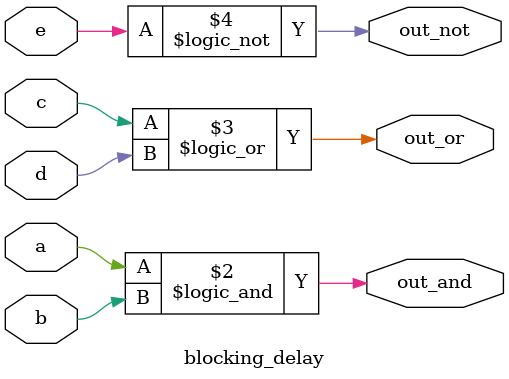
<source format=v>
module blocking_delay(out_and, out_or, out_not, a,b,c,d,e);

	input a,b,c,d,e;
	output out_and, out_or, out_not;
	
	//reg initialisation
	reg out_and, out_or, out_not;
	//loop block
	always @(*)
	begin
	  #5 out_and = a&&b;
	  #5 out_or = c||d;
	  #5 out_not = !e;
	end
endmodule

</source>
